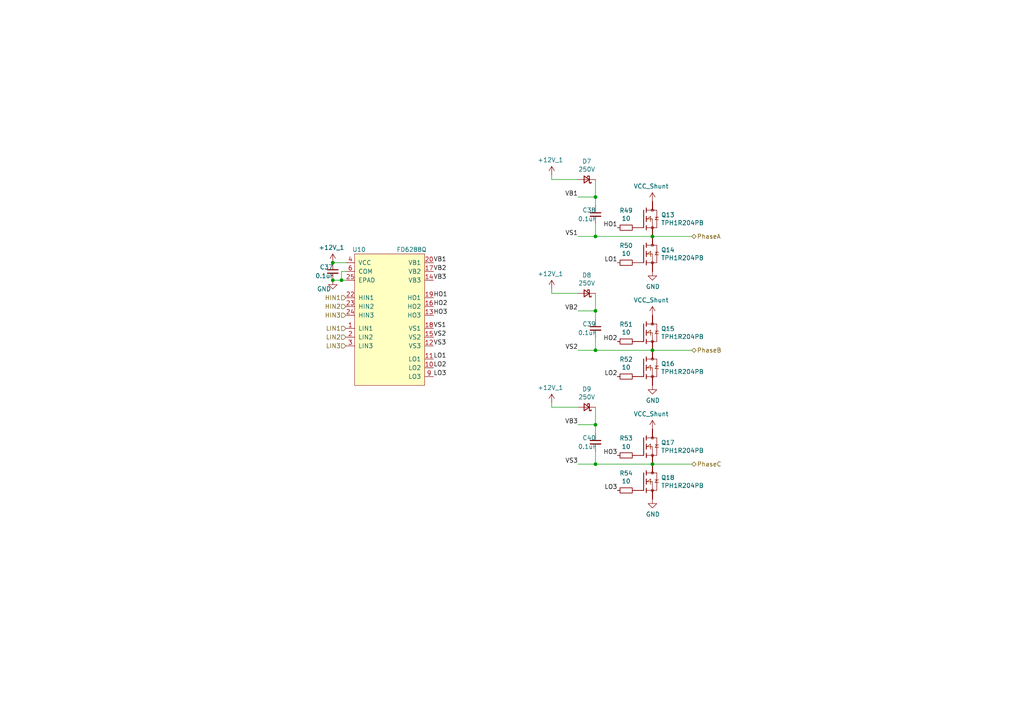
<source format=kicad_sch>
(kicad_sch (version 20250114) (generator "eeschema") (generator_version "9.0")
  (paper "A4")
  (lib_symbols
    (symbol "Device:C_Small" (pin_numbers (hide yes)) (pin_names (offset 0.254) (hide yes))
      (property "Reference" "C" (at 0.254 1.778 0))
      (property "Value" "C_Small" (at 0.254 -2.032 0))
      (symbol "C_Small_0_1"
        (polyline (pts (xy -1.524 0.508) (xy 1.524 0.508)) (stroke (width 0.3048)))
        (polyline (pts (xy -1.524 -0.508) (xy 1.524 -0.508)) (stroke (width 0.3302)))
      )
      (symbol "C_Small_1_1"
        (pin passive line (at 0 2.54 270) (length 2.032) (name "~") (number "1"))
        (pin passive line (at 0 -2.54 90) (length 2.032) (name "~") (number "2"))
      )
    )
    (symbol "Device:D_Schottky_Small" (pin_numbers (hide yes)) (pin_names (offset 0.254) (hide yes))
      (property "Reference" "D" (at -1.27 2.032 0))
      (property "Value" "D_Schottky_Small" (at -7.112 -2.032 0))
      (symbol "D_Schottky_Small_0_1"
        (polyline (pts (xy -1.27 0.762) (xy -1.27 1.016) (xy -0.762 1.016) (xy -0.762 -1.016) (xy -0.254 -1.016) (xy -0.254 -0.762)) (stroke (width 0.254)))
        (polyline (pts (xy -0.762 0) (xy 0.762 0)))
        (polyline (pts (xy 0.762 -1.016) (xy -0.762 0) (xy 0.762 1.016) (xy 0.762 -1.016)) (stroke (width 0.254)))
      )
      (symbol "D_Schottky_Small_1_1"
        (pin passive line (at -2.54 0 0) (length 1.778) (name "K") (number "1"))
        (pin passive line (at 2.54 0 180) (length 1.778) (name "A") (number "2"))
      )
    )
    (symbol "Device:R_Small" (pin_numbers (hide yes)) (pin_names (offset 0.254) (hide yes))
      (property "Reference" "R" (at 0 0 90))
      (property "Value" "R_Small" (at 1.778 0 90))
      (symbol "R_Small_0_1"
        (rectangle (start -0.762 1.778) (end 0.762 -1.778) (stroke (width 0.2032)))
      )
      (symbol "R_Small_1_1"
        (pin passive line (at 0 2.54 270) (length 0.762) (name "~") (number "1"))
        (pin passive line (at 0 -2.54 90) (length 0.762) (name "~") (number "2"))
      )
    )
    (symbol "Driver_FET:FD6288Q" (pin_names (offset 1.016))
      (property "Reference" "U" (at 1.27 -11.43 0))
      (property "Value" "Driver_FET_FD6288Q" (at 1.27 -13.335 0))
      (symbol "FD6288Q_0_1"
        (rectangle (start -8.89 -3.81) (end 11.43 -41.91) (stroke (width 0.127)) (fill (type background)))
      )
      (symbol "FD6288Q_1_1"
        (pin power_in line (at -11.43 -6.35 0) (length 2.54) (name "VCC") (number "4"))
        (pin power_in line (at -11.43 -8.89 0) (length 2.54) (name "COM") (number "6"))
        (pin power_in line (at -11.43 -11.43 0) (length 2.54) (name "EPAD") (number "25"))
        (pin bidirectional line (at -11.43 -16.51 0) (length 2.54) (name "HIN1") (number "22"))
        (pin bidirectional line (at -11.43 -19.05 0) (length 2.54) (name "HIN2") (number "23"))
        (pin bidirectional line (at -11.43 -21.59 0) (length 2.54) (name "HIN3") (number "24"))
        (pin bidirectional line (at -11.43 -25.4 0) (length 2.54) (name "LIN1") (number "1"))
        (pin bidirectional line (at -11.43 -27.94 0) (length 2.54) (name "LIN2") (number "2"))
        (pin bidirectional line (at -11.43 -30.48 0) (length 2.54) (name "LIN3") (number "3"))
        (pin bidirectional line (at 13.97 -6.35 180) (length 2.54) (name "VB1") (number "20"))
        (pin bidirectional line (at 13.97 -8.89 180) (length 2.54) (name "VB2") (number "17"))
        (pin bidirectional line (at 13.97 -11.43 180) (length 2.54) (name "VB3") (number "14"))
        (pin bidirectional line (at 13.97 -16.51 180) (length 2.54) (name "HO1") (number "19"))
        (pin bidirectional line (at 13.97 -19.05 180) (length 2.54) (name "HO2") (number "16"))
        (pin bidirectional line (at 13.97 -21.59 180) (length 2.54) (name "HO3") (number "13"))
        (pin bidirectional line (at 13.97 -25.4 180) (length 2.54) (name "VS1") (number "18"))
        (pin bidirectional line (at 13.97 -27.94 180) (length 2.54) (name "VS2") (number "15"))
        (pin bidirectional line (at 13.97 -30.48 180) (length 2.54) (name "VS3") (number "12"))
        (pin bidirectional line (at 13.97 -34.29 180) (length 2.54) (name "LO1") (number "11"))
        (pin bidirectional line (at 13.97 -36.83 180) (length 2.54) (name "LO2") (number "10"))
        (pin bidirectional line (at 13.97 -39.37 180) (length 2.54) (name "LO3") (number "9"))
      )
    )
    (symbol "JPW_Symbols:TPH1R204PB" (pin_numbers (hide yes)) (pin_names (offset 1.016) (hide yes))
      (property "Reference" "Q" (at -6.35 1.27 0))
      (property "Value" "JPW_Symbols_TPH1R204PB" (at -11.43 -7.62 0))
      (symbol "TPH1R204PB_0_0"
        (polyline (pts (xy -2.54 2.54) (xy -2.54 -2.54)) (stroke (width 0.254)))
        (polyline (pts (xy -1.778 3.175) (xy -1.778 2.54)) (stroke (width 0.254)))
        (polyline (pts (xy -1.778 2.54) (xy -1.778 1.905)) (stroke (width 0.254)))
        (polyline (pts (xy -1.778 2.54) (xy 1.27 2.54)) (stroke (width 0.1524)))
        (polyline (pts (xy -1.778 0.762) (xy -1.778 0)) (stroke (width 0.254)))
        (polyline (pts (xy -1.778 0) (xy -1.778 -0.762)) (stroke (width 0.254)))
        (polyline (pts (xy -1.778 0) (xy 0 0)) (stroke (width 0.1524)))
        (polyline (pts (xy -1.778 -1.905) (xy -1.778 -2.54)) (stroke (width 0.254)))
        (polyline (pts (xy -1.778 -2.54) (xy -1.778 -3.175)) (stroke (width 0.254)))
        (polyline (pts (xy -1.524 0) (xy -0.508 0.762) (xy -0.508 -0.762)) (stroke (width 0.1524)) (fill (type background)))
        (circle (center 0 2.54) (radius 0.3556))
        (polyline (pts (xy 0 0) (xy 0 -2.54)) (stroke (width 0.1524)))
        (polyline (pts (xy 0 -2.54) (xy -1.778 -2.54)) (stroke (width 0.1524)))
        (polyline (pts (xy 0 -2.54) (xy 1.27 -2.54)) (stroke (width 0.1524)))
        (circle (center 0 -2.54) (radius 0.3556))
        (polyline (pts (xy 1.27 2.54) (xy 1.27 0.508)) (stroke (width 0.1524)))
        (polyline (pts (xy 1.27 0.508) (xy 0.762 0.508)) (stroke (width 0.1524)))
        (polyline (pts (xy 1.27 0.508) (xy 1.27 -2.54)) (stroke (width 0.1524)))
        (polyline (pts (xy 1.27 0.508) (xy 0.762 -0.254) (xy 1.778 -0.254)) (stroke (width 0.1524)) (fill (type background)))
        (polyline (pts (xy 1.778 0.508) (xy 1.27 0.508)) (stroke (width 0.1524)))
        (pin passive line (at -5.08 -2.54 0) (length 2.54) (name "~") (number "4"))
        (pin passive line (at 0 5.08 270) (length 2.54) (name "~") (number "5"))
        (pin passive line (at 0 5.08 270) (length 2.54) (name "~") (number "6"))
        (pin passive line (at 0 5.08 270) (length 2.54) (name "~") (number "7"))
        (pin passive line (at 0 5.08 270) (length 2.54) (name "~") (number "8"))
        (pin passive line (at 0 5.08 270) (length 2.54) (name "~") (number "9"))
        (pin passive line (at 0 -5.08 90) (length 2.54) (name "~") (number "1"))
        (pin passive line (at 0 -5.08 90) (length 2.54) (name "~") (number "2"))
        (pin passive line (at 0 -5.08 90) (length 2.54) (name "~") (number "3"))
      )
    )
    (symbol "power:+12V_1" (power) (pin_names (offset 1.016))
      (property "Value" "power_+12V_1" (at 0 3.81 0))
      (symbol "+12V_1_1_1"
        (polyline (pts (xy -0.762 1.27) (xy 0 2.54)))
        (polyline (pts (xy 0 2.54) (xy 0.762 1.27)))
        (polyline (pts (xy 0 0) (xy 0 2.54)))
        (pin power_in line (at 0 0 90) (length 0) (hide yes) (name "+12V_1") (number "1"))
      )
    )
    (symbol "power:GND" (power) (pin_numbers (hide yes)) (pin_names (offset 0) (hide yes))
      (property "Value" "GND" (at 0 -3.81 0))
      (symbol "GND_0_1"
        (polyline (pts (xy 0 0) (xy 0 -1.27) (xy 1.27 -1.27) (xy 0 -2.54) (xy -1.27 -1.27) (xy 0 -1.27)))
      )
      (symbol "GND_1_1"
        (pin power_in line (at 0 0 270) (length 0) (name "~") (number "1"))
      )
    )
    (symbol "power:VCC_Shunt" (power) (pin_names (offset 1.016))
      (property "Value" "power_VCC_Shunt" (at 5.08 5.08 0))
      (symbol "VCC_Shunt_1_1"
        (polyline (pts (xy -0.762 1.27) (xy 0 2.54)))
        (polyline (pts (xy 0 2.54) (xy 0.762 1.27)))
        (polyline (pts (xy 0 0) (xy 0 2.54)))
        (pin power_in line (at 0 0 90) (length 0) (hide yes) (name "VCC_Shunt") (number "1"))
      )
    )
  )
  (junction (at 99.06 81.28))
  (junction (at 172.72 68.58))
  (junction (at 189.23 134.62))
  (junction (at 172.72 57.15))
  (junction (at 172.72 90.17))
  (junction (at 189.23 68.58))
  (junction (at 96.52 81.28))
  (junction (at 172.72 134.62))
  (junction (at 172.72 123.19))
  (junction (at 172.72 101.6))
  (junction (at 96.52 76.2))
  (junction (at 189.23 101.6))
  (wire (pts (xy 189.23 101.6) (xy 200.66 101.6)))
  (wire (pts (xy 172.72 68.58) (xy 189.23 68.58)))
  (wire (pts (xy 172.72 123.19) (xy 172.72 125.73)))
  (wire (pts (xy 172.72 101.6) (xy 189.23 101.6)))
  (wire (pts (xy 99.06 78.74) (xy 100.33 78.74)))
  (wire (pts (xy 172.72 90.17) (xy 172.72 92.71)))
  (wire (pts (xy 167.64 101.6) (xy 172.72 101.6)))
  (wire (pts (xy 99.06 81.28) (xy 96.52 81.28)))
  (wire (pts (xy 172.72 64.77) (xy 172.72 68.58)))
  (wire (pts (xy 160.02 52.07) (xy 167.64 52.07)))
  (wire (pts (xy 172.72 130.81) (xy 172.72 134.62)))
  (wire (pts (xy 99.06 81.28) (xy 99.06 78.74)))
  (wire (pts (xy 160.02 118.11) (xy 167.64 118.11)))
  (wire (pts (xy 189.23 134.62) (xy 200.66 134.62)))
  (wire (pts (xy 160.02 85.09) (xy 167.64 85.09)))
  (wire (pts (xy 172.72 85.09) (xy 172.72 90.17)))
  (wire (pts (xy 100.33 81.28) (xy 99.06 81.28)))
  (wire (pts (xy 96.52 76.2) (xy 100.33 76.2)))
  (wire (pts (xy 167.64 68.58) (xy 172.72 68.58)))
  (wire (pts (xy 167.64 90.17) (xy 172.72 90.17)))
  (wire (pts (xy 160.02 52.07) (xy 160.02 50.8)))
  (wire (pts (xy 172.72 52.07) (xy 172.72 57.15)))
  (wire (pts (xy 167.64 57.15) (xy 172.72 57.15)))
  (wire (pts (xy 172.72 134.62) (xy 189.23 134.62)))
  (wire (pts (xy 172.72 57.15) (xy 172.72 59.69)))
  (wire (pts (xy 189.23 68.58) (xy 200.66 68.58)))
  (wire (pts (xy 172.72 118.11) (xy 172.72 123.19)))
  (wire (pts (xy 167.64 123.19) (xy 172.72 123.19)))
  (wire (pts (xy 160.02 118.11) (xy 160.02 116.84)))
  (wire (pts (xy 172.72 97.79) (xy 172.72 101.6)))
  (wire (pts (xy 160.02 85.09) (xy 160.02 83.82)))
  (wire (pts (xy 167.64 134.62) (xy 172.72 134.62)))
  (label "VB2" (at 167.64 90.17 180))
  (label "VS1" (at 167.64 68.58 180))
  (label "VB3" (at 125.73 81.28 0))
  (label "VB2" (at 125.73 78.74 0))
  (label "VS3" (at 125.73 100.33 0))
  (label "LO3" (at 125.73 109.22 0))
  (label "HO3" (at 179.07 132.08 180))
  (label "LO1" (at 125.73 104.14 0))
  (label "LO2" (at 125.73 106.68 0))
  (label "VS1" (at 125.73 95.25 0))
  (label "VS2" (at 125.73 97.79 0))
  (label "LO1" (at 179.07 76.2 180))
  (label "VS2" (at 167.64 101.6 180))
  (label "HO1" (at 179.07 66.04 180))
  (label "VB1" (at 125.73 76.2 0))
  (label "HO2" (at 179.07 99.06 180))
  (label "HO2" (at 125.73 88.9 0))
  (label "LO2" (at 179.07 109.22 180))
  (label "LO3" (at 179.07 142.24 180))
  (label "HO3" (at 125.73 91.44 0))
  (label "VB1" (at 167.64 57.15 180))
  (label "VB3" (at 167.64 123.19 180))
  (label "HO1" (at 125.73 86.36 0))
  (label "VS3" (at 167.64 134.62 180))
  (hierarchical_label "PhaseA" (shape bidirectional) (at 200.66 68.58 0))
  (hierarchical_label "LIN2" (shape input) (at 100.33 97.79 180))
  (hierarchical_label "HIN2" (shape input) (at 100.33 88.9 180))
  (hierarchical_label "PhaseC" (shape bidirectional) (at 200.66 134.62 0))
  (hierarchical_label "PhaseB" (shape bidirectional) (at 200.66 101.6 0))
  (hierarchical_label "LIN3" (shape input) (at 100.33 100.33 180))
  (hierarchical_label "HIN3" (shape input) (at 100.33 91.44 180))
  (hierarchical_label "HIN1" (shape input) (at 100.33 86.36 180))
  (hierarchical_label "LIN1" (shape input) (at 100.33 95.25 180))
  (symbol (lib_id "Driver_FET:FD6288Q") (at 111.76 69.85 0) (unit 1)
    (property "Reference" "U10" (at 104.14 72.39 0))
    (property "Value" "FD6288Q" (at 119.38 72.39 0))
    (property "Footprint" "Package_DFN_QFN:QFN-24-1EP_4x4mm_P0.5mm_EP2.7x2.7mm" (effects (hide yes)))
    (instances (project "" (path "" (reference "U10") (unit 1)) (path "" (reference "U8") (unit 1))))
  )
  (symbol (lib_id "power:VCC_Shunt") (at 189.23 91.44 0) (unit 1)
    (property "Reference" "#PWR0201" (effects (hide yes)))
    (property "Value" "VCC_Shunt" (at 188.849 87.0458 0))
    (instances (project "" (path "" (reference "#PWR0201") (unit 1)) (path "" (reference "#PWR0155") (unit 1))))
  )
  (symbol (lib_id "Device:R_Small") (at 181.61 99.06 270) (unit 1)
    (property "Reference" "R51" (at 181.61 94.0816 90))
    (property "Value" "10" (at 181.61 96.393 90))
    (property "Footprint" "Resistor_SMD:R_0402_1005Metric" (effects (hide yes)))
    (instances (project "" (path "" (reference "R51") (unit 1)) (path "" (reference "R34") (unit 1))))
  )
  (symbol (lib_id "power:GND") (at 96.52 81.28 0) (unit 1)
    (property "Reference" "#PWR0192" (effects (hide yes)))
    (property "Value" "GND" (at 93.98 83.82 0))
    (instances (project "" (path "" (reference "#PWR0192") (unit 1)) (path "" (reference "#PWR0150") (unit 1))))
  )
  (symbol (lib_id "Device:C_Small") (at 96.52 78.74 0) (unit 1)
    (property "Reference" "C37" (at 92.71 77.47 0) (effects (justify left)))
    (property "Value" "0.1uF" (at 91.44 80.01 0) (effects (justify left)))
    (property "Footprint" "Capacitor_SMD:C_0402_1005Metric" (effects (hide yes)))
    (instances (project "" (path "" (reference "C37") (unit 1)) (path "" (reference "C28") (unit 1))))
  )
  (symbol (lib_id "Device:D_Schottky_Small") (at 170.18 85.09 180) (unit 1)
    (property "Reference" "D8" (at 170.18 79.8322 0))
    (property "Value" "250V" (at 170.18 82.1436 0))
    (property "Footprint" "Diode_SMD:D_SOD-523" (effects (hide yes)))
    (instances (project "" (path "" (reference "D8") (unit 1)) (path "" (reference "D5") (unit 1))))
  )
  (symbol (lib_id "Device:C_Small") (at 172.72 95.25 0) (unit 1)
    (property "Reference" "C39" (at 168.91 93.98 0) (effects (justify left)))
    (property "Value" "0.1uF" (at 167.64 96.52 0) (effects (justify left)))
    (property "Footprint" "Capacitor_SMD:C_0603_1608Metric" (effects (hide yes)))
    (instances (project "" (path "" (reference "C39") (unit 1)) (path "" (reference "C30") (unit 1))))
  )
  (symbol (lib_id "Device:C_Small") (at 172.72 62.23 0) (unit 1)
    (property "Reference" "C38" (at 168.91 60.96 0) (effects (justify left)))
    (property "Value" "0.1uF" (at 167.64 63.5 0) (effects (justify left)))
    (property "Footprint" "Capacitor_SMD:C_0603_1608Metric" (effects (hide yes)))
    (instances (project "" (path "" (reference "C38") (unit 1)) (path "" (reference "C29") (unit 1))))
  )
  (symbol (lib_id "power:GND") (at 189.23 144.78 0) (unit 1)
    (property "Reference" "#PWR0195" (effects (hide yes)))
    (property "Value" "GND" (at 189.357 149.1742 0))
    (instances (project "" (path "" (reference "#PWR0195") (unit 1)) (path "" (reference "#PWR0153") (unit 1))))
  )
  (symbol (lib_id "Device:R_Small") (at 181.61 142.24 270) (unit 1)
    (property "Reference" "R54" (at 181.61 137.2616 90))
    (property "Value" "10" (at 181.61 139.573 90))
    (property "Footprint" "Resistor_SMD:R_0402_1005Metric" (effects (hide yes)))
    (instances (project "" (path "" (reference "R54") (unit 1)) (path "" (reference "R37") (unit 1))))
  )
  (symbol (lib_id "power:GND") (at 189.23 78.74 0) (unit 1)
    (property "Reference" "#PWR0193" (effects (hide yes)))
    (property "Value" "GND" (at 189.357 83.1342 0))
    (instances (project "" (path "" (reference "#PWR0193") (unit 1)) (path "" (reference "#PWR0151") (unit 1))))
  )
  (symbol (lib_id "Device:D_Schottky_Small") (at 170.18 52.07 180) (unit 1)
    (property "Reference" "D7" (at 170.18 46.8122 0))
    (property "Value" "250V" (at 170.18 49.1236 0))
    (property "Footprint" "Diode_SMD:D_SOD-523" (effects (hide yes)))
    (instances (project "" (path "" (reference "D7") (unit 1)) (path "" (reference "D1") (unit 1))))
  )
  (symbol (lib_id "Device:C_Small") (at 172.72 128.27 0) (unit 1)
    (property "Reference" "C40" (at 168.91 127 0) (effects (justify left)))
    (property "Value" "0.1uF" (at 167.64 129.54 0) (effects (justify left)))
    (property "Footprint" "Capacitor_SMD:C_0603_1608Metric" (effects (hide yes)))
    (instances (project "" (path "" (reference "C40") (unit 1)) (path "" (reference "C31") (unit 1))))
  )
  (symbol (lib_id "Device:R_Small") (at 181.61 132.08 270) (unit 1)
    (property "Reference" "R53" (at 181.61 127.1016 90))
    (property "Value" "10" (at 181.61 129.54 90))
    (property "Footprint" "Resistor_SMD:R_0402_1005Metric" (effects (hide yes)))
    (instances (project "" (path "" (reference "R53") (unit 1)) (path "" (reference "R36") (unit 1))))
  )
  (symbol (lib_id "power:VCC_Shunt") (at 189.23 58.42 0) (unit 1)
    (property "Reference" "#PWR0200" (effects (hide yes)))
    (property "Value" "VCC_Shunt" (at 188.849 54.0258 0))
    (instances (project "" (path "" (reference "#PWR0200") (unit 1)) (path "" (reference "#PWR0154") (unit 1))))
  )
  (symbol (lib_id "power:VCC_Shunt") (at 189.23 124.46 0) (unit 1)
    (property "Reference" "#PWR0202" (effects (hide yes)))
    (property "Value" "VCC_Shunt" (at 188.849 120.0658 0))
    (instances (project "" (path "" (reference "#PWR0202") (unit 1)) (path "" (reference "#PWR0157") (unit 1))))
  )
  (symbol (lib_id "Device:D_Schottky_Small") (at 170.18 118.11 180) (unit 1)
    (property "Reference" "D9" (at 170.18 112.8522 0))
    (property "Value" "250V" (at 170.18 115.1636 0))
    (property "Footprint" "Diode_SMD:D_SOD-523" (effects (hide yes)))
    (instances (project "" (path "" (reference "D9") (unit 1)) (path "" (reference "D6") (unit 1))))
  )
  (symbol (lib_id "Device:R_Small") (at 181.61 76.2 270) (unit 1)
    (property "Reference" "R50" (at 181.61 71.2216 90))
    (property "Value" "10" (at 181.61 73.533 90))
    (property "Footprint" "Resistor_SMD:R_0402_1005Metric" (effects (hide yes)))
    (instances (project "" (path "" (reference "R50") (unit 1)) (path "" (reference "R33") (unit 1))))
  )
  (symbol (lib_id "Device:R_Small") (at 181.61 66.04 270) (unit 1)
    (property "Reference" "R49" (at 181.61 61.0616 90))
    (property "Value" "10" (at 181.61 63.373 90))
    (property "Footprint" "Resistor_SMD:R_0402_1005Metric" (effects (hide yes)))
    (instances (project "" (path "" (reference "R49") (unit 1)) (path "" (reference "R32") (unit 1))))
  )
  (symbol (lib_id "power:GND") (at 189.23 111.76 0) (unit 1)
    (property "Reference" "#PWR0194" (effects (hide yes)))
    (property "Value" "GND" (at 189.357 116.1542 0))
    (instances (project "" (path "" (reference "#PWR0194") (unit 1)) (path "" (reference "#PWR0152") (unit 1))))
  )
  (symbol (lib_id "Device:R_Small") (at 181.61 109.22 270) (unit 1)
    (property "Reference" "R52" (at 181.61 104.2416 90))
    (property "Value" "10" (at 181.61 106.553 90))
    (property "Footprint" "Resistor_SMD:R_0402_1005Metric" (effects (hide yes)))
    (instances (project "" (path "" (reference "R52") (unit 1)) (path "" (reference "R35") (unit 1))))
  )
  (symbol (lib_id "power:+12V_1") (at 96.52 76.2 0) (unit 1)
    (property "Reference" "#PWR0177" (effects (hide yes)))
    (property "Value" "+12V_1" (at 96.139 71.8058 0))
    (instances (project "" (path "" (reference "#PWR0177") (unit 1)) (path "" (reference "#PWR0159") (unit 1))))
  )
  (symbol (lib_id "power:+12V_1") (at 160.02 50.8 0) (unit 1)
    (property "Reference" "#PWR0196" (effects (hide yes)))
    (property "Value" "+12V_1" (at 159.639 46.4058 0))
    (instances (project "" (path "" (reference "#PWR0196") (unit 1)) (path "" (reference "#PWR0160") (unit 1))))
  )
  (symbol (lib_id "power:+12V_1") (at 160.02 83.82 0) (unit 1)
    (property "Reference" "#PWR0197" (effects (hide yes)))
    (property "Value" "+12V_1" (at 159.639 79.4258 0))
    (instances (project "" (path "" (reference "#PWR0197") (unit 1)) (path "" (reference "#PWR0214") (unit 1))))
  )
  (symbol (lib_id "power:+12V_1") (at 160.02 116.84 0) (unit 1)
    (property "Reference" "#PWR0198" (effects (hide yes)))
    (property "Value" "+12V_1" (at 159.639 112.4458 0))
    (instances (project "" (path "" (reference "#PWR0198") (unit 1)) (path "" (reference "#PWR0220") (unit 1))))
  )
  (symbol (lib_id "JPW_Symbols:TPH1R204PB") (at 189.23 63.5 0) (unit 1)
    (property "Reference" "Q13" (at 191.7192 62.3316 0) (effects (justify left)))
    (property "Value" "TPH1R204PB" (at 191.7192 64.643 0) (effects (justify left)))
    (property "Footprint" "Footprints:TPH1R204PB" (effects (hide yes)))
    (property "MANUFACTURER" "TOSHIBA" (effects (hide yes)))
    (property "PARTREV" "3" (effects (hide yes)))
    (instances (project "" (path "" (reference "Q13") (unit 1)) (path "" (reference "Q7") (unit 1))))
  )
  (symbol (lib_id "JPW_Symbols:TPH1R204PB") (at 189.23 73.66 0) (unit 1)
    (property "Reference" "Q14" (at 191.7192 72.4916 0) (effects (justify left)))
    (property "Value" "TPH1R204PB" (at 191.7192 74.803 0) (effects (justify left)))
    (property "Footprint" "Footprints:TPH1R204PB" (effects (hide yes)))
    (property "MANUFACTURER" "TOSHIBA" (effects (hide yes)))
    (property "PARTREV" "3" (effects (hide yes)))
    (instances (project "" (path "" (reference "Q14") (unit 1)) (path "" (reference "Q8") (unit 1))))
  )
  (symbol (lib_id "JPW_Symbols:TPH1R204PB") (at 189.23 96.52 0) (unit 1)
    (property "Reference" "Q15" (at 191.7192 95.3516 0) (effects (justify left)))
    (property "Value" "TPH1R204PB" (at 191.7192 97.663 0) (effects (justify left)))
    (property "Footprint" "Footprints:TPH1R204PB" (effects (hide yes)))
    (property "MANUFACTURER" "TOSHIBA" (effects (hide yes)))
    (property "PARTREV" "3" (effects (hide yes)))
    (instances (project "" (path "" (reference "Q15") (unit 1)) (path "" (reference "Q9") (unit 1))))
  )
  (symbol (lib_id "JPW_Symbols:TPH1R204PB") (at 189.23 106.68 0) (unit 1)
    (property "Reference" "Q16" (at 191.7192 105.5116 0) (effects (justify left)))
    (property "Value" "TPH1R204PB" (at 191.7192 107.823 0) (effects (justify left)))
    (property "Footprint" "Footprints:TPH1R204PB" (effects (hide yes)))
    (property "MANUFACTURER" "TOSHIBA" (effects (hide yes)))
    (property "PARTREV" "3" (effects (hide yes)))
    (instances (project "" (path "" (reference "Q16") (unit 1)) (path "" (reference "Q10") (unit 1))))
  )
  (symbol (lib_id "JPW_Symbols:TPH1R204PB") (at 189.23 129.54 0) (unit 1)
    (property "Reference" "Q17" (at 191.7192 128.3716 0) (effects (justify left)))
    (property "Value" "TPH1R204PB" (at 191.7192 130.683 0) (effects (justify left)))
    (property "Footprint" "Footprints:TPH1R204PB" (effects (hide yes)))
    (property "MANUFACTURER" "TOSHIBA" (effects (hide yes)))
    (property "PARTREV" "3" (effects (hide yes)))
    (instances (project "" (path "" (reference "Q17") (unit 1)) (path "" (reference "Q11") (unit 1))))
  )
  (symbol (lib_id "JPW_Symbols:TPH1R204PB") (at 189.23 139.7 0) (unit 1)
    (property "Reference" "Q18" (at 191.7192 138.5316 0) (effects (justify left)))
    (property "Value" "TPH1R204PB" (at 191.7192 140.843 0) (effects (justify left)))
    (property "Footprint" "Footprints:TPH1R204PB" (effects (hide yes)))
    (property "MANUFACTURER" "TOSHIBA" (effects (hide yes)))
    (property "PARTREV" "3" (effects (hide yes)))
    (instances (project "" (path "" (reference "Q18") (unit 1)) (path "" (reference "Q12") (unit 1))))
  )
)
</source>
